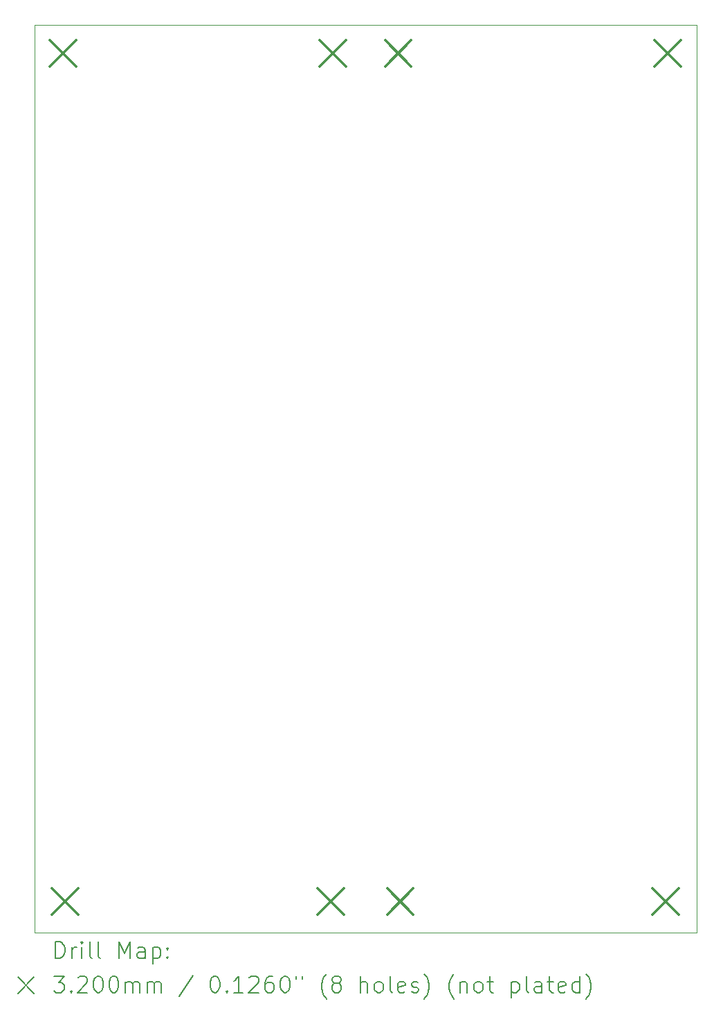
<source format=gbr>
%TF.GenerationSoftware,KiCad,Pcbnew,8.0.2-1*%
%TF.CreationDate,2024-05-10T10:00:18+02:00*%
%TF.ProjectId,distorted_daisy,64697374-6f72-4746-9564-5f6461697379,rev?*%
%TF.SameCoordinates,Original*%
%TF.FileFunction,Drillmap*%
%TF.FilePolarity,Positive*%
%FSLAX45Y45*%
G04 Gerber Fmt 4.5, Leading zero omitted, Abs format (unit mm)*
G04 Created by KiCad (PCBNEW 8.0.2-1) date 2024-05-10 10:00:18*
%MOMM*%
%LPD*%
G01*
G04 APERTURE LIST*
%ADD10C,0.100000*%
%ADD11C,0.200000*%
%ADD12C,0.320000*%
G04 APERTURE END LIST*
D10*
X5000000Y-5000000D02*
X13100000Y-5000000D01*
X13100000Y-16100000D01*
X5000000Y-16100000D01*
X5000000Y-5000000D01*
D11*
D12*
X5190000Y-5190000D02*
X5510000Y-5510000D01*
X5510000Y-5190000D02*
X5190000Y-5510000D01*
X5215000Y-15565000D02*
X5535000Y-15885000D01*
X5535000Y-15565000D02*
X5215000Y-15885000D01*
X8465000Y-15565000D02*
X8785000Y-15885000D01*
X8785000Y-15565000D02*
X8465000Y-15885000D01*
X8490000Y-5190000D02*
X8810000Y-5510000D01*
X8810000Y-5190000D02*
X8490000Y-5510000D01*
X9290000Y-5190000D02*
X9610000Y-5510000D01*
X9610000Y-5190000D02*
X9290000Y-5510000D01*
X9315000Y-15565000D02*
X9635000Y-15885000D01*
X9635000Y-15565000D02*
X9315000Y-15885000D01*
X12565000Y-15565000D02*
X12885000Y-15885000D01*
X12885000Y-15565000D02*
X12565000Y-15885000D01*
X12590000Y-5190000D02*
X12910000Y-5510000D01*
X12910000Y-5190000D02*
X12590000Y-5510000D01*
D11*
X5255777Y-16416484D02*
X5255777Y-16216484D01*
X5255777Y-16216484D02*
X5303396Y-16216484D01*
X5303396Y-16216484D02*
X5331967Y-16226008D01*
X5331967Y-16226008D02*
X5351015Y-16245055D01*
X5351015Y-16245055D02*
X5360539Y-16264103D01*
X5360539Y-16264103D02*
X5370063Y-16302198D01*
X5370063Y-16302198D02*
X5370063Y-16330769D01*
X5370063Y-16330769D02*
X5360539Y-16368865D01*
X5360539Y-16368865D02*
X5351015Y-16387912D01*
X5351015Y-16387912D02*
X5331967Y-16406960D01*
X5331967Y-16406960D02*
X5303396Y-16416484D01*
X5303396Y-16416484D02*
X5255777Y-16416484D01*
X5455777Y-16416484D02*
X5455777Y-16283150D01*
X5455777Y-16321246D02*
X5465301Y-16302198D01*
X5465301Y-16302198D02*
X5474824Y-16292674D01*
X5474824Y-16292674D02*
X5493872Y-16283150D01*
X5493872Y-16283150D02*
X5512920Y-16283150D01*
X5579586Y-16416484D02*
X5579586Y-16283150D01*
X5579586Y-16216484D02*
X5570063Y-16226008D01*
X5570063Y-16226008D02*
X5579586Y-16235531D01*
X5579586Y-16235531D02*
X5589110Y-16226008D01*
X5589110Y-16226008D02*
X5579586Y-16216484D01*
X5579586Y-16216484D02*
X5579586Y-16235531D01*
X5703396Y-16416484D02*
X5684348Y-16406960D01*
X5684348Y-16406960D02*
X5674824Y-16387912D01*
X5674824Y-16387912D02*
X5674824Y-16216484D01*
X5808158Y-16416484D02*
X5789110Y-16406960D01*
X5789110Y-16406960D02*
X5779586Y-16387912D01*
X5779586Y-16387912D02*
X5779586Y-16216484D01*
X6036729Y-16416484D02*
X6036729Y-16216484D01*
X6036729Y-16216484D02*
X6103396Y-16359341D01*
X6103396Y-16359341D02*
X6170062Y-16216484D01*
X6170062Y-16216484D02*
X6170062Y-16416484D01*
X6351015Y-16416484D02*
X6351015Y-16311722D01*
X6351015Y-16311722D02*
X6341491Y-16292674D01*
X6341491Y-16292674D02*
X6322443Y-16283150D01*
X6322443Y-16283150D02*
X6284348Y-16283150D01*
X6284348Y-16283150D02*
X6265301Y-16292674D01*
X6351015Y-16406960D02*
X6331967Y-16416484D01*
X6331967Y-16416484D02*
X6284348Y-16416484D01*
X6284348Y-16416484D02*
X6265301Y-16406960D01*
X6265301Y-16406960D02*
X6255777Y-16387912D01*
X6255777Y-16387912D02*
X6255777Y-16368865D01*
X6255777Y-16368865D02*
X6265301Y-16349817D01*
X6265301Y-16349817D02*
X6284348Y-16340293D01*
X6284348Y-16340293D02*
X6331967Y-16340293D01*
X6331967Y-16340293D02*
X6351015Y-16330769D01*
X6446253Y-16283150D02*
X6446253Y-16483150D01*
X6446253Y-16292674D02*
X6465301Y-16283150D01*
X6465301Y-16283150D02*
X6503396Y-16283150D01*
X6503396Y-16283150D02*
X6522443Y-16292674D01*
X6522443Y-16292674D02*
X6531967Y-16302198D01*
X6531967Y-16302198D02*
X6541491Y-16321246D01*
X6541491Y-16321246D02*
X6541491Y-16378388D01*
X6541491Y-16378388D02*
X6531967Y-16397436D01*
X6531967Y-16397436D02*
X6522443Y-16406960D01*
X6522443Y-16406960D02*
X6503396Y-16416484D01*
X6503396Y-16416484D02*
X6465301Y-16416484D01*
X6465301Y-16416484D02*
X6446253Y-16406960D01*
X6627205Y-16397436D02*
X6636729Y-16406960D01*
X6636729Y-16406960D02*
X6627205Y-16416484D01*
X6627205Y-16416484D02*
X6617682Y-16406960D01*
X6617682Y-16406960D02*
X6627205Y-16397436D01*
X6627205Y-16397436D02*
X6627205Y-16416484D01*
X6627205Y-16292674D02*
X6636729Y-16302198D01*
X6636729Y-16302198D02*
X6627205Y-16311722D01*
X6627205Y-16311722D02*
X6617682Y-16302198D01*
X6617682Y-16302198D02*
X6627205Y-16292674D01*
X6627205Y-16292674D02*
X6627205Y-16311722D01*
X4795000Y-16645000D02*
X4995000Y-16845000D01*
X4995000Y-16645000D02*
X4795000Y-16845000D01*
X5236729Y-16636484D02*
X5360539Y-16636484D01*
X5360539Y-16636484D02*
X5293872Y-16712674D01*
X5293872Y-16712674D02*
X5322444Y-16712674D01*
X5322444Y-16712674D02*
X5341491Y-16722198D01*
X5341491Y-16722198D02*
X5351015Y-16731722D01*
X5351015Y-16731722D02*
X5360539Y-16750769D01*
X5360539Y-16750769D02*
X5360539Y-16798389D01*
X5360539Y-16798389D02*
X5351015Y-16817436D01*
X5351015Y-16817436D02*
X5341491Y-16826960D01*
X5341491Y-16826960D02*
X5322444Y-16836484D01*
X5322444Y-16836484D02*
X5265301Y-16836484D01*
X5265301Y-16836484D02*
X5246253Y-16826960D01*
X5246253Y-16826960D02*
X5236729Y-16817436D01*
X5446253Y-16817436D02*
X5455777Y-16826960D01*
X5455777Y-16826960D02*
X5446253Y-16836484D01*
X5446253Y-16836484D02*
X5436729Y-16826960D01*
X5436729Y-16826960D02*
X5446253Y-16817436D01*
X5446253Y-16817436D02*
X5446253Y-16836484D01*
X5531967Y-16655531D02*
X5541491Y-16646008D01*
X5541491Y-16646008D02*
X5560539Y-16636484D01*
X5560539Y-16636484D02*
X5608158Y-16636484D01*
X5608158Y-16636484D02*
X5627205Y-16646008D01*
X5627205Y-16646008D02*
X5636729Y-16655531D01*
X5636729Y-16655531D02*
X5646253Y-16674579D01*
X5646253Y-16674579D02*
X5646253Y-16693627D01*
X5646253Y-16693627D02*
X5636729Y-16722198D01*
X5636729Y-16722198D02*
X5522444Y-16836484D01*
X5522444Y-16836484D02*
X5646253Y-16836484D01*
X5770062Y-16636484D02*
X5789110Y-16636484D01*
X5789110Y-16636484D02*
X5808158Y-16646008D01*
X5808158Y-16646008D02*
X5817682Y-16655531D01*
X5817682Y-16655531D02*
X5827205Y-16674579D01*
X5827205Y-16674579D02*
X5836729Y-16712674D01*
X5836729Y-16712674D02*
X5836729Y-16760293D01*
X5836729Y-16760293D02*
X5827205Y-16798389D01*
X5827205Y-16798389D02*
X5817682Y-16817436D01*
X5817682Y-16817436D02*
X5808158Y-16826960D01*
X5808158Y-16826960D02*
X5789110Y-16836484D01*
X5789110Y-16836484D02*
X5770062Y-16836484D01*
X5770062Y-16836484D02*
X5751015Y-16826960D01*
X5751015Y-16826960D02*
X5741491Y-16817436D01*
X5741491Y-16817436D02*
X5731967Y-16798389D01*
X5731967Y-16798389D02*
X5722443Y-16760293D01*
X5722443Y-16760293D02*
X5722443Y-16712674D01*
X5722443Y-16712674D02*
X5731967Y-16674579D01*
X5731967Y-16674579D02*
X5741491Y-16655531D01*
X5741491Y-16655531D02*
X5751015Y-16646008D01*
X5751015Y-16646008D02*
X5770062Y-16636484D01*
X5960539Y-16636484D02*
X5979586Y-16636484D01*
X5979586Y-16636484D02*
X5998634Y-16646008D01*
X5998634Y-16646008D02*
X6008158Y-16655531D01*
X6008158Y-16655531D02*
X6017682Y-16674579D01*
X6017682Y-16674579D02*
X6027205Y-16712674D01*
X6027205Y-16712674D02*
X6027205Y-16760293D01*
X6027205Y-16760293D02*
X6017682Y-16798389D01*
X6017682Y-16798389D02*
X6008158Y-16817436D01*
X6008158Y-16817436D02*
X5998634Y-16826960D01*
X5998634Y-16826960D02*
X5979586Y-16836484D01*
X5979586Y-16836484D02*
X5960539Y-16836484D01*
X5960539Y-16836484D02*
X5941491Y-16826960D01*
X5941491Y-16826960D02*
X5931967Y-16817436D01*
X5931967Y-16817436D02*
X5922443Y-16798389D01*
X5922443Y-16798389D02*
X5912920Y-16760293D01*
X5912920Y-16760293D02*
X5912920Y-16712674D01*
X5912920Y-16712674D02*
X5922443Y-16674579D01*
X5922443Y-16674579D02*
X5931967Y-16655531D01*
X5931967Y-16655531D02*
X5941491Y-16646008D01*
X5941491Y-16646008D02*
X5960539Y-16636484D01*
X6112920Y-16836484D02*
X6112920Y-16703150D01*
X6112920Y-16722198D02*
X6122443Y-16712674D01*
X6122443Y-16712674D02*
X6141491Y-16703150D01*
X6141491Y-16703150D02*
X6170063Y-16703150D01*
X6170063Y-16703150D02*
X6189110Y-16712674D01*
X6189110Y-16712674D02*
X6198634Y-16731722D01*
X6198634Y-16731722D02*
X6198634Y-16836484D01*
X6198634Y-16731722D02*
X6208158Y-16712674D01*
X6208158Y-16712674D02*
X6227205Y-16703150D01*
X6227205Y-16703150D02*
X6255777Y-16703150D01*
X6255777Y-16703150D02*
X6274824Y-16712674D01*
X6274824Y-16712674D02*
X6284348Y-16731722D01*
X6284348Y-16731722D02*
X6284348Y-16836484D01*
X6379586Y-16836484D02*
X6379586Y-16703150D01*
X6379586Y-16722198D02*
X6389110Y-16712674D01*
X6389110Y-16712674D02*
X6408158Y-16703150D01*
X6408158Y-16703150D02*
X6436729Y-16703150D01*
X6436729Y-16703150D02*
X6455777Y-16712674D01*
X6455777Y-16712674D02*
X6465301Y-16731722D01*
X6465301Y-16731722D02*
X6465301Y-16836484D01*
X6465301Y-16731722D02*
X6474824Y-16712674D01*
X6474824Y-16712674D02*
X6493872Y-16703150D01*
X6493872Y-16703150D02*
X6522443Y-16703150D01*
X6522443Y-16703150D02*
X6541491Y-16712674D01*
X6541491Y-16712674D02*
X6551015Y-16731722D01*
X6551015Y-16731722D02*
X6551015Y-16836484D01*
X6941491Y-16626960D02*
X6770063Y-16884103D01*
X7198634Y-16636484D02*
X7217682Y-16636484D01*
X7217682Y-16636484D02*
X7236729Y-16646008D01*
X7236729Y-16646008D02*
X7246253Y-16655531D01*
X7246253Y-16655531D02*
X7255777Y-16674579D01*
X7255777Y-16674579D02*
X7265301Y-16712674D01*
X7265301Y-16712674D02*
X7265301Y-16760293D01*
X7265301Y-16760293D02*
X7255777Y-16798389D01*
X7255777Y-16798389D02*
X7246253Y-16817436D01*
X7246253Y-16817436D02*
X7236729Y-16826960D01*
X7236729Y-16826960D02*
X7217682Y-16836484D01*
X7217682Y-16836484D02*
X7198634Y-16836484D01*
X7198634Y-16836484D02*
X7179586Y-16826960D01*
X7179586Y-16826960D02*
X7170063Y-16817436D01*
X7170063Y-16817436D02*
X7160539Y-16798389D01*
X7160539Y-16798389D02*
X7151015Y-16760293D01*
X7151015Y-16760293D02*
X7151015Y-16712674D01*
X7151015Y-16712674D02*
X7160539Y-16674579D01*
X7160539Y-16674579D02*
X7170063Y-16655531D01*
X7170063Y-16655531D02*
X7179586Y-16646008D01*
X7179586Y-16646008D02*
X7198634Y-16636484D01*
X7351015Y-16817436D02*
X7360539Y-16826960D01*
X7360539Y-16826960D02*
X7351015Y-16836484D01*
X7351015Y-16836484D02*
X7341491Y-16826960D01*
X7341491Y-16826960D02*
X7351015Y-16817436D01*
X7351015Y-16817436D02*
X7351015Y-16836484D01*
X7551015Y-16836484D02*
X7436729Y-16836484D01*
X7493872Y-16836484D02*
X7493872Y-16636484D01*
X7493872Y-16636484D02*
X7474825Y-16665055D01*
X7474825Y-16665055D02*
X7455777Y-16684103D01*
X7455777Y-16684103D02*
X7436729Y-16693627D01*
X7627206Y-16655531D02*
X7636729Y-16646008D01*
X7636729Y-16646008D02*
X7655777Y-16636484D01*
X7655777Y-16636484D02*
X7703396Y-16636484D01*
X7703396Y-16636484D02*
X7722444Y-16646008D01*
X7722444Y-16646008D02*
X7731967Y-16655531D01*
X7731967Y-16655531D02*
X7741491Y-16674579D01*
X7741491Y-16674579D02*
X7741491Y-16693627D01*
X7741491Y-16693627D02*
X7731967Y-16722198D01*
X7731967Y-16722198D02*
X7617682Y-16836484D01*
X7617682Y-16836484D02*
X7741491Y-16836484D01*
X7912920Y-16636484D02*
X7874825Y-16636484D01*
X7874825Y-16636484D02*
X7855777Y-16646008D01*
X7855777Y-16646008D02*
X7846253Y-16655531D01*
X7846253Y-16655531D02*
X7827206Y-16684103D01*
X7827206Y-16684103D02*
X7817682Y-16722198D01*
X7817682Y-16722198D02*
X7817682Y-16798389D01*
X7817682Y-16798389D02*
X7827206Y-16817436D01*
X7827206Y-16817436D02*
X7836729Y-16826960D01*
X7836729Y-16826960D02*
X7855777Y-16836484D01*
X7855777Y-16836484D02*
X7893872Y-16836484D01*
X7893872Y-16836484D02*
X7912920Y-16826960D01*
X7912920Y-16826960D02*
X7922444Y-16817436D01*
X7922444Y-16817436D02*
X7931967Y-16798389D01*
X7931967Y-16798389D02*
X7931967Y-16750769D01*
X7931967Y-16750769D02*
X7922444Y-16731722D01*
X7922444Y-16731722D02*
X7912920Y-16722198D01*
X7912920Y-16722198D02*
X7893872Y-16712674D01*
X7893872Y-16712674D02*
X7855777Y-16712674D01*
X7855777Y-16712674D02*
X7836729Y-16722198D01*
X7836729Y-16722198D02*
X7827206Y-16731722D01*
X7827206Y-16731722D02*
X7817682Y-16750769D01*
X8055777Y-16636484D02*
X8074825Y-16636484D01*
X8074825Y-16636484D02*
X8093872Y-16646008D01*
X8093872Y-16646008D02*
X8103396Y-16655531D01*
X8103396Y-16655531D02*
X8112920Y-16674579D01*
X8112920Y-16674579D02*
X8122444Y-16712674D01*
X8122444Y-16712674D02*
X8122444Y-16760293D01*
X8122444Y-16760293D02*
X8112920Y-16798389D01*
X8112920Y-16798389D02*
X8103396Y-16817436D01*
X8103396Y-16817436D02*
X8093872Y-16826960D01*
X8093872Y-16826960D02*
X8074825Y-16836484D01*
X8074825Y-16836484D02*
X8055777Y-16836484D01*
X8055777Y-16836484D02*
X8036729Y-16826960D01*
X8036729Y-16826960D02*
X8027206Y-16817436D01*
X8027206Y-16817436D02*
X8017682Y-16798389D01*
X8017682Y-16798389D02*
X8008158Y-16760293D01*
X8008158Y-16760293D02*
X8008158Y-16712674D01*
X8008158Y-16712674D02*
X8017682Y-16674579D01*
X8017682Y-16674579D02*
X8027206Y-16655531D01*
X8027206Y-16655531D02*
X8036729Y-16646008D01*
X8036729Y-16646008D02*
X8055777Y-16636484D01*
X8198634Y-16636484D02*
X8198634Y-16674579D01*
X8274825Y-16636484D02*
X8274825Y-16674579D01*
X8570063Y-16912674D02*
X8560539Y-16903150D01*
X8560539Y-16903150D02*
X8541491Y-16874579D01*
X8541491Y-16874579D02*
X8531968Y-16855531D01*
X8531968Y-16855531D02*
X8522444Y-16826960D01*
X8522444Y-16826960D02*
X8512920Y-16779341D01*
X8512920Y-16779341D02*
X8512920Y-16741246D01*
X8512920Y-16741246D02*
X8522444Y-16693627D01*
X8522444Y-16693627D02*
X8531968Y-16665055D01*
X8531968Y-16665055D02*
X8541491Y-16646008D01*
X8541491Y-16646008D02*
X8560539Y-16617436D01*
X8560539Y-16617436D02*
X8570063Y-16607912D01*
X8674825Y-16722198D02*
X8655777Y-16712674D01*
X8655777Y-16712674D02*
X8646253Y-16703150D01*
X8646253Y-16703150D02*
X8636730Y-16684103D01*
X8636730Y-16684103D02*
X8636730Y-16674579D01*
X8636730Y-16674579D02*
X8646253Y-16655531D01*
X8646253Y-16655531D02*
X8655777Y-16646008D01*
X8655777Y-16646008D02*
X8674825Y-16636484D01*
X8674825Y-16636484D02*
X8712920Y-16636484D01*
X8712920Y-16636484D02*
X8731968Y-16646008D01*
X8731968Y-16646008D02*
X8741491Y-16655531D01*
X8741491Y-16655531D02*
X8751015Y-16674579D01*
X8751015Y-16674579D02*
X8751015Y-16684103D01*
X8751015Y-16684103D02*
X8741491Y-16703150D01*
X8741491Y-16703150D02*
X8731968Y-16712674D01*
X8731968Y-16712674D02*
X8712920Y-16722198D01*
X8712920Y-16722198D02*
X8674825Y-16722198D01*
X8674825Y-16722198D02*
X8655777Y-16731722D01*
X8655777Y-16731722D02*
X8646253Y-16741246D01*
X8646253Y-16741246D02*
X8636730Y-16760293D01*
X8636730Y-16760293D02*
X8636730Y-16798389D01*
X8636730Y-16798389D02*
X8646253Y-16817436D01*
X8646253Y-16817436D02*
X8655777Y-16826960D01*
X8655777Y-16826960D02*
X8674825Y-16836484D01*
X8674825Y-16836484D02*
X8712920Y-16836484D01*
X8712920Y-16836484D02*
X8731968Y-16826960D01*
X8731968Y-16826960D02*
X8741491Y-16817436D01*
X8741491Y-16817436D02*
X8751015Y-16798389D01*
X8751015Y-16798389D02*
X8751015Y-16760293D01*
X8751015Y-16760293D02*
X8741491Y-16741246D01*
X8741491Y-16741246D02*
X8731968Y-16731722D01*
X8731968Y-16731722D02*
X8712920Y-16722198D01*
X8989111Y-16836484D02*
X8989111Y-16636484D01*
X9074825Y-16836484D02*
X9074825Y-16731722D01*
X9074825Y-16731722D02*
X9065301Y-16712674D01*
X9065301Y-16712674D02*
X9046253Y-16703150D01*
X9046253Y-16703150D02*
X9017682Y-16703150D01*
X9017682Y-16703150D02*
X8998634Y-16712674D01*
X8998634Y-16712674D02*
X8989111Y-16722198D01*
X9198634Y-16836484D02*
X9179587Y-16826960D01*
X9179587Y-16826960D02*
X9170063Y-16817436D01*
X9170063Y-16817436D02*
X9160539Y-16798389D01*
X9160539Y-16798389D02*
X9160539Y-16741246D01*
X9160539Y-16741246D02*
X9170063Y-16722198D01*
X9170063Y-16722198D02*
X9179587Y-16712674D01*
X9179587Y-16712674D02*
X9198634Y-16703150D01*
X9198634Y-16703150D02*
X9227206Y-16703150D01*
X9227206Y-16703150D02*
X9246253Y-16712674D01*
X9246253Y-16712674D02*
X9255777Y-16722198D01*
X9255777Y-16722198D02*
X9265301Y-16741246D01*
X9265301Y-16741246D02*
X9265301Y-16798389D01*
X9265301Y-16798389D02*
X9255777Y-16817436D01*
X9255777Y-16817436D02*
X9246253Y-16826960D01*
X9246253Y-16826960D02*
X9227206Y-16836484D01*
X9227206Y-16836484D02*
X9198634Y-16836484D01*
X9379587Y-16836484D02*
X9360539Y-16826960D01*
X9360539Y-16826960D02*
X9351015Y-16807912D01*
X9351015Y-16807912D02*
X9351015Y-16636484D01*
X9531968Y-16826960D02*
X9512920Y-16836484D01*
X9512920Y-16836484D02*
X9474825Y-16836484D01*
X9474825Y-16836484D02*
X9455777Y-16826960D01*
X9455777Y-16826960D02*
X9446253Y-16807912D01*
X9446253Y-16807912D02*
X9446253Y-16731722D01*
X9446253Y-16731722D02*
X9455777Y-16712674D01*
X9455777Y-16712674D02*
X9474825Y-16703150D01*
X9474825Y-16703150D02*
X9512920Y-16703150D01*
X9512920Y-16703150D02*
X9531968Y-16712674D01*
X9531968Y-16712674D02*
X9541492Y-16731722D01*
X9541492Y-16731722D02*
X9541492Y-16750769D01*
X9541492Y-16750769D02*
X9446253Y-16769817D01*
X9617682Y-16826960D02*
X9636730Y-16836484D01*
X9636730Y-16836484D02*
X9674825Y-16836484D01*
X9674825Y-16836484D02*
X9693873Y-16826960D01*
X9693873Y-16826960D02*
X9703396Y-16807912D01*
X9703396Y-16807912D02*
X9703396Y-16798389D01*
X9703396Y-16798389D02*
X9693873Y-16779341D01*
X9693873Y-16779341D02*
X9674825Y-16769817D01*
X9674825Y-16769817D02*
X9646253Y-16769817D01*
X9646253Y-16769817D02*
X9627206Y-16760293D01*
X9627206Y-16760293D02*
X9617682Y-16741246D01*
X9617682Y-16741246D02*
X9617682Y-16731722D01*
X9617682Y-16731722D02*
X9627206Y-16712674D01*
X9627206Y-16712674D02*
X9646253Y-16703150D01*
X9646253Y-16703150D02*
X9674825Y-16703150D01*
X9674825Y-16703150D02*
X9693873Y-16712674D01*
X9770063Y-16912674D02*
X9779587Y-16903150D01*
X9779587Y-16903150D02*
X9798634Y-16874579D01*
X9798634Y-16874579D02*
X9808158Y-16855531D01*
X9808158Y-16855531D02*
X9817682Y-16826960D01*
X9817682Y-16826960D02*
X9827206Y-16779341D01*
X9827206Y-16779341D02*
X9827206Y-16741246D01*
X9827206Y-16741246D02*
X9817682Y-16693627D01*
X9817682Y-16693627D02*
X9808158Y-16665055D01*
X9808158Y-16665055D02*
X9798634Y-16646008D01*
X9798634Y-16646008D02*
X9779587Y-16617436D01*
X9779587Y-16617436D02*
X9770063Y-16607912D01*
X10131968Y-16912674D02*
X10122444Y-16903150D01*
X10122444Y-16903150D02*
X10103396Y-16874579D01*
X10103396Y-16874579D02*
X10093873Y-16855531D01*
X10093873Y-16855531D02*
X10084349Y-16826960D01*
X10084349Y-16826960D02*
X10074825Y-16779341D01*
X10074825Y-16779341D02*
X10074825Y-16741246D01*
X10074825Y-16741246D02*
X10084349Y-16693627D01*
X10084349Y-16693627D02*
X10093873Y-16665055D01*
X10093873Y-16665055D02*
X10103396Y-16646008D01*
X10103396Y-16646008D02*
X10122444Y-16617436D01*
X10122444Y-16617436D02*
X10131968Y-16607912D01*
X10208158Y-16703150D02*
X10208158Y-16836484D01*
X10208158Y-16722198D02*
X10217682Y-16712674D01*
X10217682Y-16712674D02*
X10236730Y-16703150D01*
X10236730Y-16703150D02*
X10265301Y-16703150D01*
X10265301Y-16703150D02*
X10284349Y-16712674D01*
X10284349Y-16712674D02*
X10293873Y-16731722D01*
X10293873Y-16731722D02*
X10293873Y-16836484D01*
X10417682Y-16836484D02*
X10398634Y-16826960D01*
X10398634Y-16826960D02*
X10389111Y-16817436D01*
X10389111Y-16817436D02*
X10379587Y-16798389D01*
X10379587Y-16798389D02*
X10379587Y-16741246D01*
X10379587Y-16741246D02*
X10389111Y-16722198D01*
X10389111Y-16722198D02*
X10398634Y-16712674D01*
X10398634Y-16712674D02*
X10417682Y-16703150D01*
X10417682Y-16703150D02*
X10446254Y-16703150D01*
X10446254Y-16703150D02*
X10465301Y-16712674D01*
X10465301Y-16712674D02*
X10474825Y-16722198D01*
X10474825Y-16722198D02*
X10484349Y-16741246D01*
X10484349Y-16741246D02*
X10484349Y-16798389D01*
X10484349Y-16798389D02*
X10474825Y-16817436D01*
X10474825Y-16817436D02*
X10465301Y-16826960D01*
X10465301Y-16826960D02*
X10446254Y-16836484D01*
X10446254Y-16836484D02*
X10417682Y-16836484D01*
X10541492Y-16703150D02*
X10617682Y-16703150D01*
X10570063Y-16636484D02*
X10570063Y-16807912D01*
X10570063Y-16807912D02*
X10579587Y-16826960D01*
X10579587Y-16826960D02*
X10598634Y-16836484D01*
X10598634Y-16836484D02*
X10617682Y-16836484D01*
X10836730Y-16703150D02*
X10836730Y-16903150D01*
X10836730Y-16712674D02*
X10855777Y-16703150D01*
X10855777Y-16703150D02*
X10893873Y-16703150D01*
X10893873Y-16703150D02*
X10912920Y-16712674D01*
X10912920Y-16712674D02*
X10922444Y-16722198D01*
X10922444Y-16722198D02*
X10931968Y-16741246D01*
X10931968Y-16741246D02*
X10931968Y-16798389D01*
X10931968Y-16798389D02*
X10922444Y-16817436D01*
X10922444Y-16817436D02*
X10912920Y-16826960D01*
X10912920Y-16826960D02*
X10893873Y-16836484D01*
X10893873Y-16836484D02*
X10855777Y-16836484D01*
X10855777Y-16836484D02*
X10836730Y-16826960D01*
X11046254Y-16836484D02*
X11027206Y-16826960D01*
X11027206Y-16826960D02*
X11017682Y-16807912D01*
X11017682Y-16807912D02*
X11017682Y-16636484D01*
X11208158Y-16836484D02*
X11208158Y-16731722D01*
X11208158Y-16731722D02*
X11198634Y-16712674D01*
X11198634Y-16712674D02*
X11179587Y-16703150D01*
X11179587Y-16703150D02*
X11141492Y-16703150D01*
X11141492Y-16703150D02*
X11122444Y-16712674D01*
X11208158Y-16826960D02*
X11189111Y-16836484D01*
X11189111Y-16836484D02*
X11141492Y-16836484D01*
X11141492Y-16836484D02*
X11122444Y-16826960D01*
X11122444Y-16826960D02*
X11112920Y-16807912D01*
X11112920Y-16807912D02*
X11112920Y-16788865D01*
X11112920Y-16788865D02*
X11122444Y-16769817D01*
X11122444Y-16769817D02*
X11141492Y-16760293D01*
X11141492Y-16760293D02*
X11189111Y-16760293D01*
X11189111Y-16760293D02*
X11208158Y-16750769D01*
X11274825Y-16703150D02*
X11351015Y-16703150D01*
X11303396Y-16636484D02*
X11303396Y-16807912D01*
X11303396Y-16807912D02*
X11312920Y-16826960D01*
X11312920Y-16826960D02*
X11331968Y-16836484D01*
X11331968Y-16836484D02*
X11351015Y-16836484D01*
X11493873Y-16826960D02*
X11474825Y-16836484D01*
X11474825Y-16836484D02*
X11436730Y-16836484D01*
X11436730Y-16836484D02*
X11417682Y-16826960D01*
X11417682Y-16826960D02*
X11408158Y-16807912D01*
X11408158Y-16807912D02*
X11408158Y-16731722D01*
X11408158Y-16731722D02*
X11417682Y-16712674D01*
X11417682Y-16712674D02*
X11436730Y-16703150D01*
X11436730Y-16703150D02*
X11474825Y-16703150D01*
X11474825Y-16703150D02*
X11493873Y-16712674D01*
X11493873Y-16712674D02*
X11503396Y-16731722D01*
X11503396Y-16731722D02*
X11503396Y-16750769D01*
X11503396Y-16750769D02*
X11408158Y-16769817D01*
X11674825Y-16836484D02*
X11674825Y-16636484D01*
X11674825Y-16826960D02*
X11655777Y-16836484D01*
X11655777Y-16836484D02*
X11617682Y-16836484D01*
X11617682Y-16836484D02*
X11598634Y-16826960D01*
X11598634Y-16826960D02*
X11589111Y-16817436D01*
X11589111Y-16817436D02*
X11579587Y-16798389D01*
X11579587Y-16798389D02*
X11579587Y-16741246D01*
X11579587Y-16741246D02*
X11589111Y-16722198D01*
X11589111Y-16722198D02*
X11598634Y-16712674D01*
X11598634Y-16712674D02*
X11617682Y-16703150D01*
X11617682Y-16703150D02*
X11655777Y-16703150D01*
X11655777Y-16703150D02*
X11674825Y-16712674D01*
X11751015Y-16912674D02*
X11760539Y-16903150D01*
X11760539Y-16903150D02*
X11779587Y-16874579D01*
X11779587Y-16874579D02*
X11789111Y-16855531D01*
X11789111Y-16855531D02*
X11798634Y-16826960D01*
X11798634Y-16826960D02*
X11808158Y-16779341D01*
X11808158Y-16779341D02*
X11808158Y-16741246D01*
X11808158Y-16741246D02*
X11798634Y-16693627D01*
X11798634Y-16693627D02*
X11789111Y-16665055D01*
X11789111Y-16665055D02*
X11779587Y-16646008D01*
X11779587Y-16646008D02*
X11760539Y-16617436D01*
X11760539Y-16617436D02*
X11751015Y-16607912D01*
M02*

</source>
